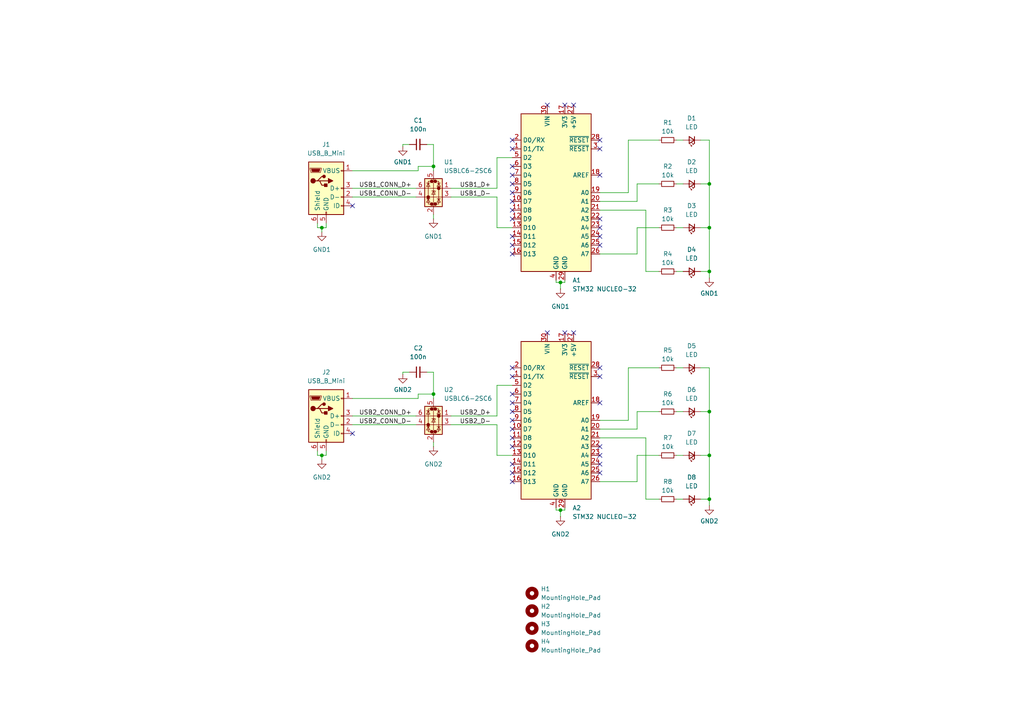
<source format=kicad_sch>
(kicad_sch (version 20231120) (generator "eeschema") (generator_version "8.0")
  (paper "A4")
  (title_block (title "usbd-fs-stm32 test board") (date "2024-06-19") (rev "20240619") (comment 3 "Released under CERN Open Hardware Licence Version 2 - Strongly Reciprocal") (comment 4 "Designed by: Rafael G. Martins"))
  (lib_symbols
    (symbol "Connector:USB_B_Mini" (pin_names (offset 1.016))
      (property "Reference" "J" (at -5.08 11.43 0))
      (property "Value" "USB_B_Mini" (at -5.08 8.89 0))
      (symbol "USB_B_Mini_0_1"
        (rectangle (start -5.08 -7.62) (end 5.08 7.62) (stroke (width 0.254)) (fill (type background)))
        (circle (center -3.81 2.159) (radius 0.635) (stroke (width 0.254)) (fill (type outline)))
        (circle (center -0.635 3.429) (radius 0.381) (stroke (width 0.254)) (fill (type outline)))
        (rectangle (start -0.127 -7.62) (end 0.127 -6.858))
        (polyline (pts (xy -1.905 2.159) (xy 0.635 2.159)) (stroke (width 0.254)))
        (polyline (pts (xy -3.175 2.159) (xy -2.54 2.159) (xy -1.27 3.429) (xy -0.635 3.429)) (stroke (width 0.254)))
        (polyline (pts (xy -2.54 2.159) (xy -1.905 2.159) (xy -1.27 0.889) (xy 0 0.889)) (stroke (width 0.254)))
        (polyline (pts (xy 0.635 2.794) (xy 0.635 1.524) (xy 1.905 2.159) (xy 0.635 2.794)) (stroke (width 0.254)) (fill (type outline)))
        (polyline (pts (xy -4.318 5.588) (xy -1.778 5.588) (xy -2.032 4.826) (xy -4.064 4.826) (xy -4.318 5.588)) (fill (type outline)))
        (polyline (pts (xy -4.699 5.842) (xy -4.699 5.588) (xy -4.445 4.826) (xy -4.445 4.572) (xy -1.651 4.572) (xy -1.651 4.826) (xy -1.397 5.588) (xy -1.397 5.842) (xy -4.699 5.842)))
        (rectangle (start 0.254 1.27) (end -0.508 0.508) (stroke (width 0.254)) (fill (type outline)))
        (rectangle (start 5.08 -5.207) (end 4.318 -4.953))
        (rectangle (start 5.08 -2.667) (end 4.318 -2.413))
        (rectangle (start 5.08 -0.127) (end 4.318 0.127))
        (rectangle (start 5.08 4.953) (end 4.318 5.207))
      )
      (symbol "USB_B_Mini_1_1"
        (pin power_out line (at 7.62 5.08 180) (length 2.54) (name "VBUS") (number "1"))
        (pin bidirectional line (at 7.62 -2.54 180) (length 2.54) (name "D-") (number "2"))
        (pin bidirectional line (at 7.62 0 180) (length 2.54) (name "D+") (number "3"))
        (pin passive line (at 7.62 -5.08 180) (length 2.54) (name "ID") (number "4"))
        (pin power_out line (at 0 -10.16 90) (length 2.54) (name "GND") (number "5"))
        (pin passive line (at -2.54 -10.16 90) (length 2.54) (name "Shield") (number "6"))
      )
    )
    (symbol "Device:C_Small" (pin_numbers hide) (pin_names (offset 0.254) hide)
      (property "Reference" "C" (at 0.254 1.778 0))
      (property "Value" "C_Small" (at 0.254 -2.032 0))
      (symbol "C_Small_0_1"
        (polyline (pts (xy -1.524 -0.508) (xy 1.524 -0.508)) (stroke (width 0.3302)))
        (polyline (pts (xy -1.524 0.508) (xy 1.524 0.508)) (stroke (width 0.3048)))
      )
      (symbol "C_Small_1_1"
        (pin passive line (at 0 2.54 270) (length 2.032) (name "~") (number "1"))
        (pin passive line (at 0 -2.54 90) (length 2.032) (name "~") (number "2"))
      )
    )
    (symbol "Device:LED_Small" (pin_numbers hide) (pin_names (offset 0.254) hide)
      (property "Reference" "D" (at -1.27 3.175 0))
      (property "Value" "LED_Small" (at -4.445 -2.54 0))
      (symbol "LED_Small_0_1"
        (polyline (pts (xy -0.762 -1.016) (xy -0.762 1.016)) (stroke (width 0.254)))
        (polyline (pts (xy 1.016 0) (xy -0.762 0)))
        (polyline (pts (xy 0.762 -1.016) (xy -0.762 0) (xy 0.762 1.016) (xy 0.762 -1.016)) (stroke (width 0.254)))
        (polyline (pts (xy 0 0.762) (xy -0.508 1.27) (xy -0.254 1.27) (xy -0.508 1.27) (xy -0.508 1.016)))
        (polyline (pts (xy 0.508 1.27) (xy 0 1.778) (xy 0.254 1.778) (xy 0 1.778) (xy 0 1.524)))
      )
      (symbol "LED_Small_1_1"
        (pin passive line (at -2.54 0 0) (length 1.778) (name "K") (number "1"))
        (pin passive line (at 2.54 0 180) (length 1.778) (name "A") (number "2"))
      )
    )
    (symbol "Device:R_Small" (pin_numbers hide) (pin_names (offset 0.254) hide)
      (property "Reference" "R" (at 0.762 0.508 0))
      (property "Value" "R_Small" (at 0.762 -1.016 0))
      (symbol "R_Small_0_1"
        (rectangle (start -0.762 1.778) (end 0.762 -1.778) (stroke (width 0.2032)))
      )
      (symbol "R_Small_1_1"
        (pin passive line (at 0 2.54 270) (length 0.762) (name "~") (number "1"))
        (pin passive line (at 0 -2.54 90) (length 0.762) (name "~") (number "2"))
      )
    )
    (symbol "MCU_Module:Arduino_Nano_v3.x"
      (property "Reference" "A" (at -10.16 23.495 0))
      (property "Value" "Arduino_Nano_v3.x" (at 5.08 -24.13 0))
      (symbol "Arduino_Nano_v3.x_0_1"
        (rectangle (start -10.16 22.86) (end 10.16 -22.86) (stroke (width 0.254)) (fill (type background)))
      )
      (symbol "Arduino_Nano_v3.x_1_1"
        (pin bidirectional line (at -12.7 12.7 0) (length 2.54) (name "D1/TX") (number "1"))
        (pin bidirectional line (at -12.7 -2.54 0) (length 2.54) (name "D7") (number "10"))
        (pin bidirectional line (at -12.7 -5.08 0) (length 2.54) (name "D8") (number "11"))
        (pin bidirectional line (at -12.7 -7.62 0) (length 2.54) (name "D9") (number "12"))
        (pin bidirectional line (at -12.7 -10.16 0) (length 2.54) (name "D10") (number "13"))
        (pin bidirectional line (at -12.7 -12.7 0) (length 2.54) (name "D11") (number "14"))
        (pin bidirectional line (at -12.7 -15.24 0) (length 2.54) (name "D12") (number "15"))
        (pin bidirectional line (at -12.7 -17.78 0) (length 2.54) (name "D13") (number "16"))
        (pin power_out line (at 2.54 25.4 270) (length 2.54) (name "3V3") (number "17"))
        (pin input line (at 12.7 5.08 180) (length 2.54) (name "AREF") (number "18"))
        (pin bidirectional line (at 12.7 0 180) (length 2.54) (name "A0") (number "19"))
        (pin bidirectional line (at -12.7 15.24 0) (length 2.54) (name "D0/RX") (number "2"))
        (pin bidirectional line (at 12.7 -2.54 180) (length 2.54) (name "A1") (number "20"))
        (pin bidirectional line (at 12.7 -5.08 180) (length 2.54) (name "A2") (number "21"))
        (pin bidirectional line (at 12.7 -7.62 180) (length 2.54) (name "A3") (number "22"))
        (pin bidirectional line (at 12.7 -10.16 180) (length 2.54) (name "A4") (number "23"))
        (pin bidirectional line (at 12.7 -12.7 180) (length 2.54) (name "A5") (number "24"))
        (pin bidirectional line (at 12.7 -15.24 180) (length 2.54) (name "A6") (number "25"))
        (pin bidirectional line (at 12.7 -17.78 180) (length 2.54) (name "A7") (number "26"))
        (pin power_out line (at 5.08 25.4 270) (length 2.54) (name "+5V") (number "27"))
        (pin input line (at 12.7 15.24 180) (length 2.54) (name "~{RESET}") (number "28"))
        (pin power_in line (at 2.54 -25.4 90) (length 2.54) (name "GND") (number "29"))
        (pin input line (at 12.7 12.7 180) (length 2.54) (name "~{RESET}") (number "3"))
        (pin power_in line (at -2.54 25.4 270) (length 2.54) (name "VIN") (number "30"))
        (pin power_in line (at 0 -25.4 90) (length 2.54) (name "GND") (number "4"))
        (pin bidirectional line (at -12.7 10.16 0) (length 2.54) (name "D2") (number "5"))
        (pin bidirectional line (at -12.7 7.62 0) (length 2.54) (name "D3") (number "6"))
        (pin bidirectional line (at -12.7 5.08 0) (length 2.54) (name "D4") (number "7"))
        (pin bidirectional line (at -12.7 2.54 0) (length 2.54) (name "D5") (number "8"))
        (pin bidirectional line (at -12.7 0 0) (length 2.54) (name "D6") (number "9"))
      )
    )
    (symbol "Mechanical:MountingHole" (pin_names (offset 1.016)) (exclude_from_sim yes) (in_bom no)
      (property "Reference" "H" (at 0 5.08 0))
      (property "Value" "MountingHole" (at 0 3.175 0))
      (symbol "MountingHole_0_1"
        (circle (center 0 0) (radius 1.27) (stroke (width 1.27)))
      )
    )
    (symbol "Power_Protection:USBLC6-2SC6" (pin_names hide)
      (property "Reference" "U" (at 0.635 5.715 0))
      (property "Value" "USBLC6-2SC6" (at 0.635 3.81 0))
      (symbol "USBLC6-2SC6_0_0"
        (circle (center -1.524 0) (radius 0.0001) (stroke (width 0.508)))
        (circle (center -0.508 -4.572) (radius 0.0001) (stroke (width 0.508)))
        (circle (center -0.508 2.032) (radius 0.0001) (stroke (width 0.508)))
        (circle (center 0.508 -4.572) (radius 0.0001) (stroke (width 0.508)))
        (circle (center 0.508 2.032) (radius 0.0001) (stroke (width 0.508)))
        (circle (center 1.524 -2.54) (radius 0.0001) (stroke (width 0.508)))
      )
      (symbol "USBLC6-2SC6_0_1"
        (polyline (pts (xy -2.54 -2.54) (xy 2.54 -2.54)))
        (polyline (pts (xy -2.54 0) (xy 2.54 0)))
        (polyline (pts (xy -2.032 -3.048) (xy -1.016 -3.048)))
        (polyline (pts (xy -1.016 1.524) (xy -2.032 1.524)))
        (polyline (pts (xy 1.016 -3.048) (xy 2.032 -3.048)))
        (polyline (pts (xy 1.016 1.524) (xy 2.032 1.524)))
        (polyline (pts (xy -0.508 -1.143) (xy -0.508 -0.762) (xy 0.508 -0.762)))
        (polyline (pts (xy -2.032 0.508) (xy -1.016 0.508) (xy -1.524 1.524) (xy -2.032 0.508)))
        (polyline (pts (xy -1.016 -4.064) (xy -2.032 -4.064) (xy -1.524 -3.048) (xy -1.016 -4.064)))
        (polyline (pts (xy 0.508 -1.778) (xy -0.508 -1.778) (xy 0 -0.762) (xy 0.508 -1.778)))
        (polyline (pts (xy 2.032 -4.064) (xy 1.016 -4.064) (xy 1.524 -3.048) (xy 2.032 -4.064)))
        (polyline (pts (xy 2.032 0.508) (xy 1.016 0.508) (xy 1.524 1.524) (xy 2.032 0.508)))
        (polyline (pts (xy 0 2.54) (xy -0.508 2.032) (xy 0.508 2.032) (xy 0 1.524) (xy 0 -4.064) (xy -0.508 -4.572) (xy 0.508 -4.572) (xy 0 -5.08)))
      )
      (symbol "USBLC6-2SC6_1_1"
        (rectangle (start -2.54 2.794) (end 2.54 -5.334) (stroke (width 0.254)) (fill (type background)))
        (polyline (pts (xy -0.508 2.032) (xy -1.524 2.032) (xy -1.524 -4.572) (xy -0.508 -4.572)))
        (polyline (pts (xy 0.508 -4.572) (xy 1.524 -4.572) (xy 1.524 2.032) (xy 0.508 2.032)))
        (pin passive line (at -5.08 0 0) (length 2.54) (name "I/O1") (number "1"))
        (pin passive line (at 0 -7.62 90) (length 2.54) (name "GND") (number "2"))
        (pin passive line (at -5.08 -2.54 0) (length 2.54) (name "I/O2") (number "3"))
        (pin passive line (at 5.08 -2.54 180) (length 2.54) (name "I/O2") (number "4"))
        (pin passive line (at 0 5.08 270) (length 2.54) (name "VBUS") (number "5"))
        (pin passive line (at 5.08 0 180) (length 2.54) (name "I/O1") (number "6"))
      )
    )
    (symbol "power:GND" (power) (pin_numbers hide) (pin_names (offset 0) hide)
      (property "Value" "GND" (at 0 -3.81 0))
      (symbol "GND_0_1"
        (polyline (pts (xy 0 0) (xy 0 -1.27) (xy 1.27 -1.27) (xy 0 -2.54) (xy -1.27 -1.27) (xy 0 -1.27)))
      )
      (symbol "GND_1_1"
        (pin power_in line (at 0 0 270) (length 0) (name "~") (number "1"))
      )
    )
  )
  (junction (at 205.74 119.38))
  (junction (at 93.345 132.08))
  (junction (at 162.56 147.955))
  (junction (at 162.56 81.915))
  (junction (at 205.74 132.08))
  (junction (at 205.74 78.74))
  (junction (at 125.73 114.3))
  (junction (at 125.73 48.26))
  (junction (at 205.74 53.34))
  (junction (at 93.345 66.04))
  (junction (at 205.74 144.78))
  (junction (at 205.74 66.04))
  (no_connect (at 173.99 109.22))
  (no_connect (at 148.59 68.58))
  (no_connect (at 148.59 48.26))
  (no_connect (at 148.59 127))
  (no_connect (at 163.83 96.52))
  (no_connect (at 148.59 137.16))
  (no_connect (at 148.59 124.46))
  (no_connect (at 148.59 116.84))
  (no_connect (at 102.235 59.69))
  (no_connect (at 148.59 58.42))
  (no_connect (at 173.99 43.18))
  (no_connect (at 173.99 129.54))
  (no_connect (at 173.99 132.08))
  (no_connect (at 148.59 106.68))
  (no_connect (at 173.99 106.68))
  (no_connect (at 158.75 96.52))
  (no_connect (at 148.59 129.54))
  (no_connect (at 148.59 73.66))
  (no_connect (at 158.75 30.48))
  (no_connect (at 163.83 30.48))
  (no_connect (at 148.59 53.34))
  (no_connect (at 148.59 121.92))
  (no_connect (at 148.59 119.38))
  (no_connect (at 173.99 50.8))
  (no_connect (at 173.99 63.5))
  (no_connect (at 148.59 55.88))
  (no_connect (at 148.59 134.62))
  (no_connect (at 148.59 50.8))
  (no_connect (at 173.99 68.58))
  (no_connect (at 148.59 71.12))
  (no_connect (at 173.99 66.04))
  (no_connect (at 173.99 40.64))
  (no_connect (at 166.37 96.52))
  (no_connect (at 173.99 134.62))
  (no_connect (at 148.59 139.7))
  (no_connect (at 148.59 40.64))
  (no_connect (at 173.99 71.12))
  (no_connect (at 102.235 125.73))
  (no_connect (at 148.59 109.22))
  (no_connect (at 148.59 114.3))
  (no_connect (at 173.99 137.16))
  (no_connect (at 173.99 116.84))
  (no_connect (at 148.59 63.5))
  (no_connect (at 166.37 30.48))
  (no_connect (at 148.59 43.18))
  (no_connect (at 148.59 60.96))
  (wire (pts (xy 162.56 147.955) (xy 162.56 149.86)))
  (wire (pts (xy 130.81 123.19) (xy 144.145 123.19)))
  (wire (pts (xy 196.215 53.34) (xy 198.12 53.34)))
  (wire (pts (xy 125.73 115.57) (xy 125.73 114.3)))
  (wire (pts (xy 203.2 132.08) (xy 205.74 132.08)))
  (wire (pts (xy 184.785 119.38) (xy 191.135 119.38)))
  (wire (pts (xy 196.215 119.38) (xy 198.12 119.38)))
  (wire (pts (xy 94.615 132.08) (xy 93.345 132.08)))
  (wire (pts (xy 130.81 54.61) (xy 144.145 54.61)))
  (wire (pts (xy 125.73 62.23) (xy 125.73 63.5)))
  (wire (pts (xy 184.785 73.66) (xy 184.785 66.04)))
  (wire (pts (xy 205.74 106.68) (xy 203.2 106.68)))
  (wire (pts (xy 102.235 54.61) (xy 120.65 54.61)))
  (wire (pts (xy 196.215 78.74) (xy 198.12 78.74)))
  (wire (pts (xy 205.74 80.645) (xy 205.74 78.74)))
  (wire (pts (xy 173.99 127) (xy 187.325 127)))
  (wire (pts (xy 163.83 81.915) (xy 163.83 81.28)))
  (wire (pts (xy 121.285 114.3) (xy 121.285 115.57)))
  (wire (pts (xy 205.74 119.38) (xy 205.74 106.68)))
  (wire (pts (xy 173.99 121.92) (xy 182.245 121.92)))
  (wire (pts (xy 161.29 81.28) (xy 161.29 81.915)))
  (wire (pts (xy 93.345 132.08) (xy 93.345 133.35)))
  (wire (pts (xy 92.075 130.81) (xy 92.075 132.08)))
  (wire (pts (xy 116.84 107.95) (xy 116.84 108.585)))
  (wire (pts (xy 125.73 107.95) (xy 125.73 114.3)))
  (wire (pts (xy 123.825 107.95) (xy 125.73 107.95)))
  (wire (pts (xy 205.74 146.685) (xy 205.74 144.78)))
  (wire (pts (xy 93.345 66.04) (xy 92.075 66.04)))
  (wire (pts (xy 205.74 40.64) (xy 203.2 40.64)))
  (wire (pts (xy 184.785 58.42) (xy 184.785 53.34)))
  (wire (pts (xy 130.81 120.65) (xy 144.145 120.65)))
  (wire (pts (xy 196.215 106.68) (xy 198.12 106.68)))
  (wire (pts (xy 102.235 49.53) (xy 121.285 49.53)))
  (wire (pts (xy 203.2 144.78) (xy 205.74 144.78)))
  (wire (pts (xy 130.81 57.15) (xy 144.145 57.15)))
  (wire (pts (xy 121.285 48.26) (xy 125.73 48.26)))
  (wire (pts (xy 203.2 119.38) (xy 205.74 119.38)))
  (wire (pts (xy 182.245 55.88) (xy 182.245 40.64)))
  (wire (pts (xy 144.145 45.72) (xy 148.59 45.72)))
  (wire (pts (xy 163.83 147.955) (xy 163.83 147.32)))
  (wire (pts (xy 116.84 41.91) (xy 116.84 42.545)))
  (wire (pts (xy 182.245 106.68) (xy 191.135 106.68)))
  (wire (pts (xy 196.215 132.08) (xy 198.12 132.08)))
  (wire (pts (xy 184.785 139.7) (xy 184.785 132.08)))
  (wire (pts (xy 102.235 115.57) (xy 121.285 115.57)))
  (wire (pts (xy 144.145 54.61) (xy 144.145 45.72)))
  (wire (pts (xy 162.56 81.915) (xy 163.83 81.915)))
  (wire (pts (xy 205.74 78.74) (xy 205.74 66.04)))
  (wire (pts (xy 173.99 139.7) (xy 184.785 139.7)))
  (wire (pts (xy 196.215 144.78) (xy 198.12 144.78)))
  (wire (pts (xy 144.145 120.65) (xy 144.145 111.76)))
  (wire (pts (xy 144.145 111.76) (xy 148.59 111.76)))
  (wire (pts (xy 118.745 41.91) (xy 116.84 41.91)))
  (wire (pts (xy 161.29 147.32) (xy 161.29 147.955)))
  (wire (pts (xy 93.345 66.04) (xy 93.345 67.31)))
  (wire (pts (xy 125.73 41.91) (xy 125.73 48.26)))
  (wire (pts (xy 173.99 124.46) (xy 184.785 124.46)))
  (wire (pts (xy 203.2 53.34) (xy 205.74 53.34)))
  (wire (pts (xy 173.99 58.42) (xy 184.785 58.42)))
  (wire (pts (xy 144.145 123.19) (xy 144.145 132.08)))
  (wire (pts (xy 184.785 132.08) (xy 191.135 132.08)))
  (wire (pts (xy 173.99 55.88) (xy 182.245 55.88)))
  (wire (pts (xy 94.615 130.81) (xy 94.615 132.08)))
  (wire (pts (xy 196.215 66.04) (xy 198.12 66.04)))
  (wire (pts (xy 187.325 144.78) (xy 191.135 144.78)))
  (wire (pts (xy 205.74 144.78) (xy 205.74 132.08)))
  (wire (pts (xy 184.785 66.04) (xy 191.135 66.04)))
  (wire (pts (xy 144.145 57.15) (xy 144.145 66.04)))
  (wire (pts (xy 203.2 66.04) (xy 205.74 66.04)))
  (wire (pts (xy 94.615 64.77) (xy 94.615 66.04)))
  (wire (pts (xy 125.73 49.53) (xy 125.73 48.26)))
  (wire (pts (xy 173.99 73.66) (xy 184.785 73.66)))
  (wire (pts (xy 118.745 107.95) (xy 116.84 107.95)))
  (wire (pts (xy 93.345 132.08) (xy 92.075 132.08)))
  (wire (pts (xy 162.56 81.915) (xy 162.56 83.82)))
  (wire (pts (xy 187.325 78.74) (xy 191.135 78.74)))
  (wire (pts (xy 102.235 123.19) (xy 120.65 123.19)))
  (wire (pts (xy 161.29 81.915) (xy 162.56 81.915)))
  (wire (pts (xy 196.215 40.64) (xy 198.12 40.64)))
  (wire (pts (xy 121.285 114.3) (xy 125.73 114.3)))
  (wire (pts (xy 144.145 66.04) (xy 148.59 66.04)))
  (wire (pts (xy 94.615 66.04) (xy 93.345 66.04)))
  (wire (pts (xy 173.99 60.96) (xy 187.325 60.96)))
  (wire (pts (xy 203.2 78.74) (xy 205.74 78.74)))
  (wire (pts (xy 92.075 64.77) (xy 92.075 66.04)))
  (wire (pts (xy 182.245 121.92) (xy 182.245 106.68)))
  (wire (pts (xy 121.285 48.26) (xy 121.285 49.53)))
  (wire (pts (xy 184.785 124.46) (xy 184.785 119.38)))
  (wire (pts (xy 184.785 53.34) (xy 191.135 53.34)))
  (wire (pts (xy 162.56 147.955) (xy 163.83 147.955)))
  (wire (pts (xy 123.825 41.91) (xy 125.73 41.91)))
  (wire (pts (xy 102.235 57.15) (xy 120.65 57.15)))
  (wire (pts (xy 161.29 147.955) (xy 162.56 147.955)))
  (wire (pts (xy 144.145 132.08) (xy 148.59 132.08)))
  (wire (pts (xy 102.235 120.65) (xy 120.65 120.65)))
  (wire (pts (xy 187.325 60.96) (xy 187.325 78.74)))
  (wire (pts (xy 205.74 53.34) (xy 205.74 40.64)))
  (wire (pts (xy 187.325 127) (xy 187.325 144.78)))
  (wire (pts (xy 205.74 132.08) (xy 205.74 119.38)))
  (wire (pts (xy 125.73 128.27) (xy 125.73 129.54)))
  (wire (pts (xy 182.245 40.64) (xy 191.135 40.64)))
  (wire (pts (xy 205.74 66.04) (xy 205.74 53.34)))
  (label "USB2_CONN_D+" (at 104.14 120.65 0))
  (label "USB2_D-" (at 133.35 123.19 0))
  (label "USB2_D+" (at 133.35 120.65 0))
  (label "USB2_CONN_D-" (at 104.14 123.19 0))
  (label "USB1_D-" (at 133.35 57.15 0))
  (label "USB1_CONN_D+" (at 104.14 54.61 0))
  (label "USB1_CONN_D-" (at 104.14 57.15 0))
  (label "USB1_D+" (at 133.35 54.61 0))
  (symbol (lib_id "Device:R_Small") (at 193.675 119.38 90) (unit 1)
    (property "Reference" "R6" (at 193.675 114.3 90))
    (property "Value" "10k" (at 193.675 116.84 90))
    (property "Footprint" "custom:R_YAGEO_MFR-25FTE52_Horizontal" (effects (hide yes)))
    (property "Description" "Resistor, small symbol" (effects (hide yes)))
  )
  (symbol (lib_id "power:GND") (at 93.345 133.35 0) (unit 1)
    (property "Reference" "#PWR06" (effects (hide yes)))
    (property "Value" "GND2" (at 93.345 138.43 0))
    (property "Description" "Power symbol creates a global label with name \"GND\" , ground" (effects (hide yes)))
  )
  (symbol (lib_id "Device:R_Small") (at 193.675 132.08 90) (unit 1)
    (property "Reference" "R7" (at 193.675 127 90))
    (property "Value" "10k" (at 193.675 129.54 90))
    (property "Footprint" "custom:R_YAGEO_MFR-25FTE52_Horizontal" (effects (hide yes)))
    (property "Description" "Resistor, small symbol" (effects (hide yes)))
  )
  (symbol (lib_id "Device:LED_Small") (at 200.66 53.34 180) (unit 1)
    (property "Reference" "D2" (at 200.5965 46.99 0))
    (property "Value" "LED" (at 200.5965 49.53 0))
    (property "Footprint" "LED_THT:LED_D3.0mm" (effects (hide yes)))
    (property "Description" "Light emitting diode, small symbol" (effects (hide yes)))
  )
  (symbol (lib_id "Device:R_Small") (at 193.675 40.64 90) (unit 1)
    (property "Reference" "R1" (at 193.675 35.56 90))
    (property "Value" "10k" (at 193.675 38.1 90))
    (property "Footprint" "custom:R_YAGEO_MFR-25FTE52_Horizontal" (effects (hide yes)))
    (property "Description" "Resistor, small symbol" (effects (hide yes)))
  )
  (symbol (lib_id "Device:LED_Small") (at 200.66 78.74 180) (unit 1)
    (property "Reference" "D4" (at 200.5965 72.39 0))
    (property "Value" "LED" (at 200.5965 74.93 0))
    (property "Footprint" "LED_THT:LED_D3.0mm" (effects (hide yes)))
    (property "Description" "Light emitting diode, small symbol" (effects (hide yes)))
  )
  (symbol (lib_id "Mechanical:MountingHole") (at 154.305 187.325 90) (unit 1) (exclude_from_sim yes) (in_bom no)
    (property "Reference" "H4" (at 156.845 186.0549 90) (effects (justify right)))
    (property "Value" "MountingHole_Pad" (at 156.845 188.5949 90) (effects (justify right)))
    (property "Footprint" "MountingHole:MountingHole_2.2mm_M2" (effects (hide yes)))
    (property "Description" "Mounting Hole without connection" (effects (hide yes)))
  )
  (symbol (lib_id "Device:LED_Small") (at 200.66 144.78 180) (unit 1)
    (property "Reference" "D8" (at 200.5965 138.43 0))
    (property "Value" "LED" (at 200.5965 140.97 0))
    (property "Footprint" "LED_THT:LED_D3.0mm" (effects (hide yes)))
    (property "Description" "Light emitting diode, small symbol" (effects (hide yes)))
  )
  (symbol (lib_id "Mechanical:MountingHole") (at 154.305 182.245 90) (unit 1) (exclude_from_sim yes) (in_bom no)
    (property "Reference" "H3" (at 156.845 180.9749 90) (effects (justify right)))
    (property "Value" "MountingHole_Pad" (at 156.845 183.5149 90) (effects (justify right)))
    (property "Footprint" "MountingHole:MountingHole_2.2mm_M2" (effects (hide yes)))
    (property "Description" "Mounting Hole without connection" (effects (hide yes)))
  )
  (symbol (lib_id "Device:LED_Small") (at 200.66 40.64 180) (unit 1)
    (property "Reference" "D1" (at 200.5965 34.29 0))
    (property "Value" "LED" (at 200.5965 36.83 0))
    (property "Footprint" "LED_THT:LED_D3.0mm" (effects (hide yes)))
    (property "Description" "Light emitting diode, small symbol" (effects (hide yes)))
  )
  (symbol (lib_id "Device:LED_Small") (at 200.66 66.04 180) (unit 1)
    (property "Reference" "D3" (at 200.5965 59.69 0))
    (property "Value" "LED" (at 200.5965 62.23 0))
    (property "Footprint" "LED_THT:LED_D3.0mm" (effects (hide yes)))
    (property "Description" "Light emitting diode, small symbol" (effects (hide yes)))
  )
  (symbol (lib_id "Power_Protection:USBLC6-2SC6") (at 125.73 120.65 0) (mirror y) (unit 1)
    (property "Reference" "U2" (at 128.7465 113.03 0) (effects (justify right)))
    (property "Value" "USBLC6-2SC6" (at 128.7465 115.57 0) (effects (justify right)))
    (property "Footprint" "Package_TO_SOT_SMD:SOT-23-6" (effects (hide yes)))
    (property "Datasheet" "https://www.st.com/resource/en/datasheet/usblc6-2.pdf" (effects (hide yes)))
    (property "Description" "Very low capacitance ESD protection diode, 2 data-line, SOT-23-6" (effects (hide yes)))
  )
  (symbol (lib_id "MCU_Module:Arduino_Nano_v3.x") (at 161.29 121.92 0) (unit 1)
    (property "Reference" "A2" (at 166.0241 147.32 0) (effects (justify left)))
    (property "Value" "STM32 NUCLEO-32" (at 166.0241 149.86 0) (effects (justify left)))
    (property "Footprint" "custom:NUCLEO-32" (effects (hide yes)))
    (property "Datasheet" "http://www.mouser.com/pdfdocs/Gravitech_Arduino_Nano3_0.pdf" (effects (hide yes)))
    (property "Description" "Arduino Nano v3.x" (effects (hide yes)))
  )
  (symbol (lib_id "power:GND") (at 125.73 129.54 0) (unit 1)
    (property "Reference" "#PWR08" (effects (hide yes)))
    (property "Value" "GND2" (at 125.73 134.62 0))
    (property "Description" "Power symbol creates a global label with name \"GND\" , ground" (effects (hide yes)))
  )
  (symbol (lib_id "Device:LED_Small") (at 200.66 119.38 180) (unit 1)
    (property "Reference" "D6" (at 200.5965 113.03 0))
    (property "Value" "LED" (at 200.5965 115.57 0))
    (property "Footprint" "LED_THT:LED_D3.0mm" (effects (hide yes)))
    (property "Description" "Light emitting diode, small symbol" (effects (hide yes)))
  )
  (symbol (lib_id "MCU_Module:Arduino_Nano_v3.x") (at 161.29 55.88 0) (unit 1)
    (property "Reference" "A1" (at 166.0241 81.28 0) (effects (justify left)))
    (property "Value" "STM32 NUCLEO-32" (at 166.0241 83.82 0) (effects (justify left)))
    (property "Footprint" "custom:NUCLEO-32" (effects (hide yes)))
    (property "Datasheet" "http://www.mouser.com/pdfdocs/Gravitech_Arduino_Nano3_0.pdf" (effects (hide yes)))
    (property "Description" "Arduino Nano v3.x" (effects (hide yes)))
  )
  (symbol (lib_id "power:GND") (at 116.84 108.585 0) (unit 1)
    (property "Reference" "#PWR07" (effects (hide yes)))
    (property "Value" "GND2" (at 116.84 113.03 0))
    (property "Description" "Power symbol creates a global label with name \"GND\" , ground" (effects (hide yes)))
  )
  (symbol (lib_id "Device:LED_Small") (at 200.66 106.68 180) (unit 1)
    (property "Reference" "D5" (at 200.5965 100.33 0))
    (property "Value" "LED" (at 200.5965 102.87 0))
    (property "Footprint" "LED_THT:LED_D3.0mm" (effects (hide yes)))
    (property "Description" "Light emitting diode, small symbol" (effects (hide yes)))
  )
  (symbol (lib_id "power:GND") (at 205.74 80.645 0) (unit 1)
    (property "Reference" "#PWR05" (effects (hide yes)))
    (property "Value" "GND1" (at 205.74 85.09 0))
    (property "Description" "Power symbol creates a global label with name \"GND\" , ground" (effects (hide yes)))
  )
  (symbol (lib_id "Device:R_Small") (at 193.675 53.34 90) (unit 1)
    (property "Reference" "R2" (at 193.675 48.26 90))
    (property "Value" "10k" (at 193.675 50.8 90))
    (property "Footprint" "custom:R_YAGEO_MFR-25FTE52_Horizontal" (effects (hide yes)))
    (property "Description" "Resistor, small symbol" (effects (hide yes)))
  )
  (symbol (lib_id "Mechanical:MountingHole") (at 154.305 172.085 90) (unit 1) (exclude_from_sim yes) (in_bom no)
    (property "Reference" "H1" (at 156.845 170.8149 90) (effects (justify right)))
    (property "Value" "MountingHole_Pad" (at 156.845 173.3549 90) (effects (justify right)))
    (property "Footprint" "MountingHole:MountingHole_2.2mm_M2" (effects (hide yes)))
    (property "Description" "Mounting Hole without connection" (effects (hide yes)))
  )
  (symbol (lib_id "Power_Protection:USBLC6-2SC6") (at 125.73 54.61 0) (mirror y) (unit 1)
    (property "Reference" "U1" (at 128.7465 46.99 0) (effects (justify right)))
    (property "Value" "USBLC6-2SC6" (at 128.7465 49.53 0) (effects (justify right)))
    (property "Footprint" "Package_TO_SOT_SMD:SOT-23-6" (effects (hide yes)))
    (property "Datasheet" "https://www.st.com/resource/en/datasheet/usblc6-2.pdf" (effects (hide yes)))
    (property "Description" "Very low capacitance ESD protection diode, 2 data-line, SOT-23-6" (effects (hide yes)))
  )
  (symbol (lib_id "Device:C_Small") (at 121.285 41.91 90) (unit 1)
    (property "Reference" "C1" (at 121.2913 34.925 90))
    (property "Value" "100n" (at 121.2913 37.465 90))
    (property "Footprint" "custom:C_TDK_FA28" (effects (hide yes)))
    (property "Description" "Unpolarized capacitor, small symbol" (effects (hide yes)))
  )
  (symbol (lib_id "Device:C_Small") (at 121.285 107.95 90) (unit 1)
    (property "Reference" "C2" (at 121.2913 100.965 90))
    (property "Value" "100n" (at 121.2913 103.505 90))
    (property "Footprint" "custom:C_TDK_FA28" (effects (hide yes)))
    (property "Description" "Unpolarized capacitor, small symbol" (effects (hide yes)))
  )
  (symbol (lib_id "Connector:USB_B_Mini") (at 94.615 120.65 0) (unit 1)
    (property "Reference" "J2" (at 94.615 107.95 0))
    (property "Value" "USB_B_Mini" (at 94.615 110.49 0))
    (property "Footprint" "custom:USB_Mini-B_PTH" (effects (hide yes)))
    (property "Description" "USB Mini Type B connector" (effects (hide yes)))
  )
  (symbol (lib_id "Device:R_Small") (at 193.675 78.74 90) (unit 1)
    (property "Reference" "R4" (at 193.675 73.66 90))
    (property "Value" "10k" (at 193.675 76.2 90))
    (property "Footprint" "custom:R_YAGEO_MFR-25FTE52_Horizontal" (effects (hide yes)))
    (property "Description" "Resistor, small symbol" (effects (hide yes)))
  )
  (symbol (lib_id "Connector:USB_B_Mini") (at 94.615 54.61 0) (unit 1)
    (property "Reference" "J1" (at 94.615 41.91 0))
    (property "Value" "USB_B_Mini" (at 94.615 44.45 0))
    (property "Footprint" "custom:USB_Mini-B_PTH" (effects (hide yes)))
    (property "Description" "USB Mini Type B connector" (effects (hide yes)))
  )
  (symbol (lib_id "power:GND") (at 125.73 63.5 0) (unit 1)
    (property "Reference" "#PWR01" (effects (hide yes)))
    (property "Value" "GND1" (at 125.73 68.58 0))
    (property "Description" "Power symbol creates a global label with name \"GND\" , ground" (effects (hide yes)))
  )
  (symbol (lib_id "Device:LED_Small") (at 200.66 132.08 180) (unit 1)
    (property "Reference" "D7" (at 200.5965 125.73 0))
    (property "Value" "LED" (at 200.5965 128.27 0))
    (property "Footprint" "LED_THT:LED_D3.0mm" (effects (hide yes)))
    (property "Description" "Light emitting diode, small symbol" (effects (hide yes)))
  )
  (symbol (lib_id "Device:R_Small") (at 193.675 66.04 90) (unit 1)
    (property "Reference" "R3" (at 193.675 60.96 90))
    (property "Value" "10k" (at 193.675 63.5 90))
    (property "Footprint" "custom:R_YAGEO_MFR-25FTE52_Horizontal" (effects (hide yes)))
    (property "Description" "Resistor, small symbol" (effects (hide yes)))
  )
  (symbol (lib_id "Mechanical:MountingHole") (at 154.305 177.165 90) (unit 1) (exclude_from_sim yes) (in_bom no)
    (property "Reference" "H2" (at 156.845 175.8949 90) (effects (justify right)))
    (property "Value" "MountingHole_Pad" (at 156.845 178.4349 90) (effects (justify right)))
    (property "Footprint" "MountingHole:MountingHole_2.2mm_M2" (effects (hide yes)))
    (property "Description" "Mounting Hole without connection" (effects (hide yes)))
  )
  (symbol (lib_id "Device:R_Small") (at 193.675 106.68 90) (unit 1)
    (property "Reference" "R5" (at 193.675 101.6 90))
    (property "Value" "10k" (at 193.675 104.14 90))
    (property "Footprint" "custom:R_YAGEO_MFR-25FTE52_Horizontal" (effects (hide yes)))
    (property "Description" "Resistor, small symbol" (effects (hide yes)))
  )
  (symbol (lib_id "power:GND") (at 116.84 42.545 0) (unit 1)
    (property "Reference" "#PWR02" (effects (hide yes)))
    (property "Value" "GND1" (at 116.84 46.99 0))
    (property "Description" "Power symbol creates a global label with name \"GND\" , ground" (effects (hide yes)))
  )
  (symbol (lib_id "power:GND") (at 93.345 67.31 0) (unit 1)
    (property "Reference" "#PWR03" (effects (hide yes)))
    (property "Value" "GND1" (at 93.345 72.39 0))
    (property "Description" "Power symbol creates a global label with name \"GND\" , ground" (effects (hide yes)))
  )
  (symbol (lib_id "power:GND") (at 162.56 83.82 0) (unit 1)
    (property "Reference" "#PWR04" (effects (hide yes)))
    (property "Value" "GND1" (at 162.56 88.9 0))
    (property "Description" "Power symbol creates a global label with name \"GND\" , ground" (effects (hide yes)))
  )
  (symbol (lib_id "Device:R_Small") (at 193.675 144.78 90) (unit 1)
    (property "Reference" "R8" (at 193.675 139.7 90))
    (property "Value" "10k" (at 193.675 142.24 90))
    (property "Footprint" "custom:R_YAGEO_MFR-25FTE52_Horizontal" (effects (hide yes)))
    (property "Description" "Resistor, small symbol" (effects (hide yes)))
  )
  (symbol (lib_id "power:GND") (at 205.74 146.685 0) (unit 1)
    (property "Reference" "#PWR010" (effects (hide yes)))
    (property "Value" "GND2" (at 205.74 151.13 0))
    (property "Description" "Power symbol creates a global label with name \"GND\" , ground" (effects (hide yes)))
  )
  (symbol (lib_id "power:GND") (at 162.56 149.86 0) (unit 1)
    (property "Reference" "#PWR09" (effects (hide yes)))
    (property "Value" "GND2" (at 162.56 154.94 0))
    (property "Description" "Power symbol creates a global label with name \"GND\" , ground" (effects (hide yes)))
  )
)
</source>
